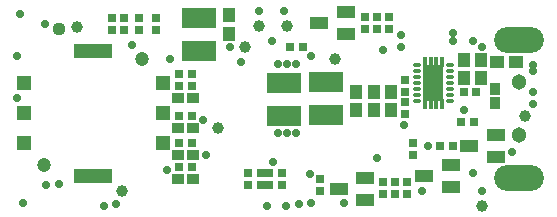
<source format=gbs>
G04 Layer_Color=16711935*
%FSLAX25Y25*%
%MOIN*%
G70*
G01*
G75*
%ADD43C,0.02800*%
%ADD44C,0.04400*%
%ADD92R,0.02828X0.03162*%
%ADD93R,0.03162X0.02828*%
%ADD94R,0.04147X0.03359*%
G04:AMPARAMS|DCode=96|XSize=39.5mil|YSize=39.5mil|CornerRadius=19.75mil|HoleSize=0mil|Usage=FLASHONLY|Rotation=90.000|XOffset=0mil|YOffset=0mil|HoleType=Round|Shape=RoundedRectangle|*
%AMROUNDEDRECTD96*
21,1,0.03950,0.00000,0,0,90.0*
21,1,0.00000,0.03950,0,0,90.0*
1,1,0.03950,0.00000,0.00000*
1,1,0.03950,0.00000,0.00000*
1,1,0.03950,0.00000,0.00000*
1,1,0.03950,0.00000,0.00000*
%
%ADD96ROUNDEDRECTD96*%
%ADD97C,0.05131*%
%ADD98O,0.16548X0.08674*%
%ADD99C,0.04737*%
%ADD100R,0.06300X0.04300*%
%ADD101R,0.05131X0.04737*%
%ADD102R,0.12611X0.04737*%
%ADD103R,0.04500X0.04400*%
G04:AMPARAMS|DCode=104|XSize=13.51mil|YSize=27.68mil|CornerRadius=6.76mil|HoleSize=0mil|Usage=FLASHONLY|Rotation=90.000|XOffset=0mil|YOffset=0mil|HoleType=Round|Shape=RoundedRectangle|*
%AMROUNDEDRECTD104*
21,1,0.01351,0.01417,0,0,90.0*
21,1,0.00000,0.02768,0,0,90.0*
1,1,0.01351,0.00709,0.00000*
1,1,0.01351,0.00709,0.00000*
1,1,0.01351,-0.00709,0.00000*
1,1,0.01351,-0.00709,0.00000*
%
%ADD104ROUNDEDRECTD104*%
%ADD105R,0.01194X0.03556*%
%ADD106R,0.07021X0.12020*%
%ADD107R,0.03359X0.04147*%
%ADD108R,0.11800X0.07100*%
%ADD109R,0.04400X0.04500*%
D43*
X125000Y21000D02*
D03*
X103000Y55000D02*
D03*
X140000Y10000D02*
D03*
X68000Y22000D02*
D03*
X170000Y23000D02*
D03*
X177000Y43000D02*
D03*
Y39000D02*
D03*
X160000Y10000D02*
D03*
X5000Y55000D02*
D03*
X38000Y5500D02*
D03*
X157000Y60000D02*
D03*
X160000Y58000D02*
D03*
X133000D02*
D03*
Y62000D02*
D03*
X157000Y16000D02*
D03*
X6000Y69000D02*
D03*
X14200Y65600D02*
D03*
X14500Y12100D02*
D03*
X133700Y32000D02*
D03*
X98000Y29400D02*
D03*
X92000Y52400D02*
D03*
Y29400D02*
D03*
X95000Y52400D02*
D03*
X75700Y58100D02*
D03*
X85600Y69900D02*
D03*
X7000Y6000D02*
D03*
X141800Y49037D02*
D03*
X103000Y6000D02*
D03*
X34000Y5000D02*
D03*
X79500Y53100D02*
D03*
X94000Y70000D02*
D03*
X90000Y60000D02*
D03*
X18700Y12400D02*
D03*
X144800Y43132D02*
D03*
X102500Y15500D02*
D03*
X88200Y5000D02*
D03*
X126900Y57000D02*
D03*
X90100Y19700D02*
D03*
X55000Y17000D02*
D03*
X43100Y58700D02*
D03*
X141800Y47069D02*
D03*
X144800Y45100D02*
D03*
X141800Y43132D02*
D03*
X144800Y49037D02*
D03*
Y47069D02*
D03*
X141800Y45100D02*
D03*
X98000Y52400D02*
D03*
X95000Y29400D02*
D03*
X94601Y5070D02*
D03*
X99000Y5500D02*
D03*
X150100Y62500D02*
D03*
Y60000D02*
D03*
X142000Y25000D02*
D03*
X154000Y37000D02*
D03*
X5000Y41000D02*
D03*
X67000Y33623D02*
D03*
X56000Y54000D02*
D03*
X114000Y6000D02*
D03*
X177000Y52000D02*
D03*
Y50000D02*
D03*
D44*
X18900Y63862D02*
D03*
D92*
X93018Y12000D02*
D03*
X88982D02*
D03*
X150018Y25000D02*
D03*
X145982D02*
D03*
X157018Y33000D02*
D03*
X152982D02*
D03*
X58982Y49000D02*
D03*
X63018D02*
D03*
Y35000D02*
D03*
X58982D02*
D03*
X63018Y18000D02*
D03*
X58982D02*
D03*
X93018Y16000D02*
D03*
X88982D02*
D03*
X63018Y26000D02*
D03*
X58982D02*
D03*
Y45000D02*
D03*
X63018D02*
D03*
X157818Y43000D02*
D03*
X153782D02*
D03*
X86018Y16000D02*
D03*
X81982D02*
D03*
X86018Y12000D02*
D03*
X81982D02*
D03*
X100018Y58000D02*
D03*
X95982D02*
D03*
D93*
X129000Y68018D02*
D03*
Y63982D02*
D03*
X135000Y8982D02*
D03*
Y13018D02*
D03*
X127000Y8982D02*
D03*
Y13018D02*
D03*
X131000Y8982D02*
D03*
Y13018D02*
D03*
X137000Y26018D02*
D03*
Y21982D02*
D03*
X134163Y39581D02*
D03*
Y35545D02*
D03*
Y46981D02*
D03*
Y42945D02*
D03*
X51200Y67518D02*
D03*
Y63482D02*
D03*
X40400Y67518D02*
D03*
Y63482D02*
D03*
X45600Y67518D02*
D03*
Y63482D02*
D03*
X36400Y67518D02*
D03*
Y63482D02*
D03*
X106000Y14018D02*
D03*
Y9982D02*
D03*
X121000Y68018D02*
D03*
Y63982D02*
D03*
X125000Y68018D02*
D03*
Y63982D02*
D03*
D94*
X63362Y41000D02*
D03*
X58638D02*
D03*
X58638Y22000D02*
D03*
X63362D02*
D03*
X58638Y14000D02*
D03*
X63362D02*
D03*
X58638Y31000D02*
D03*
X63362D02*
D03*
D96*
X40000Y10000D02*
D03*
X174200Y35100D02*
D03*
X160000Y5000D02*
D03*
X111000Y53900D02*
D03*
X25000Y64700D02*
D03*
X81000Y58000D02*
D03*
X85600Y65000D02*
D03*
X95000D02*
D03*
X72000Y31000D02*
D03*
D97*
X172100Y46258D02*
D03*
Y28542D02*
D03*
D98*
Y60431D02*
D03*
Y14368D02*
D03*
D99*
X46677Y53933D02*
D03*
X14000Y18500D02*
D03*
D100*
X112300Y10700D02*
D03*
X121000Y7000D02*
D03*
Y14400D02*
D03*
X164350Y28700D02*
D03*
Y21300D02*
D03*
X155650Y25000D02*
D03*
X149350Y18700D02*
D03*
Y11300D02*
D03*
X140650Y15000D02*
D03*
X105650Y66000D02*
D03*
X114350Y62300D02*
D03*
Y69700D02*
D03*
D101*
X53567Y45823D02*
D03*
Y35823D02*
D03*
Y25823D02*
D03*
X7110Y45823D02*
D03*
Y35823D02*
D03*
Y25823D02*
D03*
D102*
X30339Y56689D02*
D03*
Y14957D02*
D03*
D103*
X171050Y53000D02*
D03*
X164950D02*
D03*
D104*
X149175Y51943D02*
D03*
Y48006D02*
D03*
Y46037D02*
D03*
Y49974D02*
D03*
Y44068D02*
D03*
Y42100D02*
D03*
Y40131D02*
D03*
X138151Y51943D02*
D03*
Y49974D02*
D03*
Y48006D02*
D03*
Y44068D02*
D03*
Y42100D02*
D03*
Y46037D02*
D03*
Y40131D02*
D03*
D105*
X146379Y53124D02*
D03*
X144569D02*
D03*
X142757D02*
D03*
X146379Y38950D02*
D03*
X144569D02*
D03*
X142757D02*
D03*
X140946Y53124D02*
D03*
Y38950D02*
D03*
D106*
X143663Y46037D02*
D03*
D107*
X164300Y43962D02*
D03*
Y39238D02*
D03*
D108*
X65400Y67600D02*
D03*
Y56600D02*
D03*
X107800Y46200D02*
D03*
Y35200D02*
D03*
X94000Y46100D02*
D03*
Y35100D02*
D03*
D109*
X123863Y43087D02*
D03*
Y36987D02*
D03*
X159400Y53750D02*
D03*
Y47650D02*
D03*
X153800Y53650D02*
D03*
Y47550D02*
D03*
X117800Y43050D02*
D03*
Y36950D02*
D03*
X129363Y43087D02*
D03*
Y36987D02*
D03*
X75400Y68550D02*
D03*
Y62450D02*
D03*
M02*

</source>
